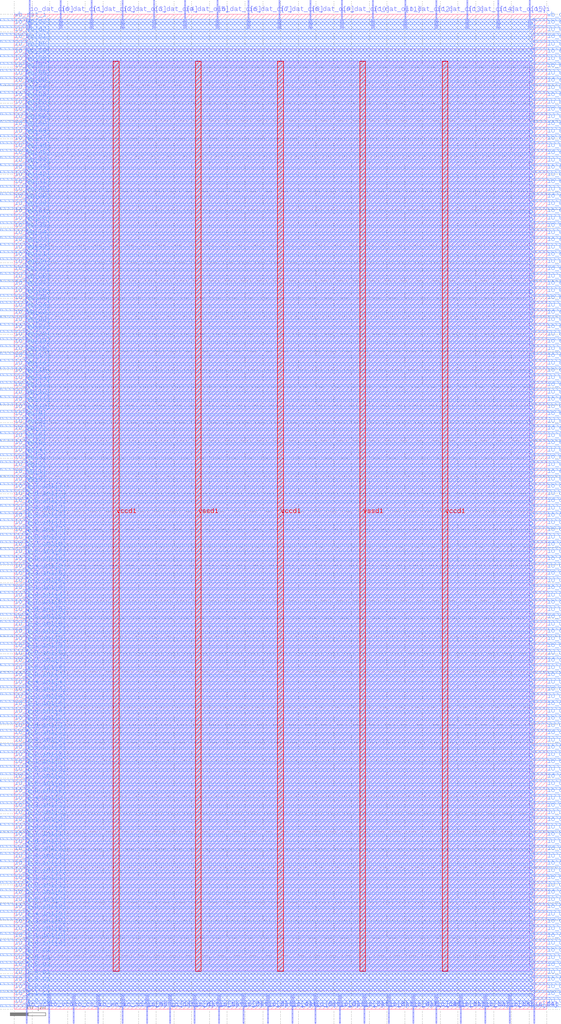
<source format=lef>
VERSION 5.7 ;
  NOWIREEXTENSIONATPIN ON ;
  DIVIDERCHAR "/" ;
  BUSBITCHARS "[]" ;
MACRO cic_block
  CLASS BLOCK ;
  FOREIGN cic_block ;
  ORIGIN 0.000 0.000 ;
  SIZE 150.000 BY 280.000 ;
  PIN io_adr_i[0]
    DIRECTION INPUT ;
    USE SIGNAL ;
    PORT
      LAYER met2 ;
        RECT 30.450 -4.000 30.730 4.000 ;
    END
  END io_adr_i[0]
  PIN io_adr_i[1]
    DIRECTION INPUT ;
    USE SIGNAL ;
    PORT
      LAYER met2 ;
        RECT 37.350 -4.000 37.630 4.000 ;
    END
  END io_adr_i[1]
  PIN io_cs_i
    DIRECTION INPUT ;
    USE SIGNAL ;
    PORT
      LAYER met2 ;
        RECT 16.650 -4.000 16.930 4.000 ;
    END
  END io_cs_i
  PIN io_dat_i[0]
    DIRECTION INPUT ;
    USE SIGNAL ;
    PORT
      LAYER met2 ;
        RECT 43.790 -4.000 44.070 4.000 ;
    END
  END io_dat_i[0]
  PIN io_dat_i[10]
    DIRECTION INPUT ;
    USE SIGNAL ;
    PORT
      LAYER met2 ;
        RECT 112.330 -4.000 112.610 4.000 ;
    END
  END io_dat_i[10]
  PIN io_dat_i[11]
    DIRECTION INPUT ;
    USE SIGNAL ;
    PORT
      LAYER met2 ;
        RECT 118.770 -4.000 119.050 4.000 ;
    END
  END io_dat_i[11]
  PIN io_dat_i[12]
    DIRECTION INPUT ;
    USE SIGNAL ;
    PORT
      LAYER met2 ;
        RECT 125.670 -4.000 125.950 4.000 ;
    END
  END io_dat_i[12]
  PIN io_dat_i[13]
    DIRECTION INPUT ;
    USE SIGNAL ;
    PORT
      LAYER met2 ;
        RECT 132.570 -4.000 132.850 4.000 ;
    END
  END io_dat_i[13]
  PIN io_dat_i[14]
    DIRECTION INPUT ;
    USE SIGNAL ;
    PORT
      LAYER met2 ;
        RECT 139.470 -4.000 139.750 4.000 ;
    END
  END io_dat_i[14]
  PIN io_dat_i[15]
    DIRECTION INPUT ;
    USE SIGNAL ;
    PORT
      LAYER met2 ;
        RECT 146.370 -4.000 146.650 4.000 ;
    END
  END io_dat_i[15]
  PIN io_dat_i[1]
    DIRECTION INPUT ;
    USE SIGNAL ;
    PORT
      LAYER met2 ;
        RECT 50.690 -4.000 50.970 4.000 ;
    END
  END io_dat_i[1]
  PIN io_dat_i[2]
    DIRECTION INPUT ;
    USE SIGNAL ;
    PORT
      LAYER met2 ;
        RECT 57.590 -4.000 57.870 4.000 ;
    END
  END io_dat_i[2]
  PIN io_dat_i[3]
    DIRECTION INPUT ;
    USE SIGNAL ;
    PORT
      LAYER met2 ;
        RECT 64.490 -4.000 64.770 4.000 ;
    END
  END io_dat_i[3]
  PIN io_dat_i[4]
    DIRECTION INPUT ;
    USE SIGNAL ;
    PORT
      LAYER met2 ;
        RECT 71.390 -4.000 71.670 4.000 ;
    END
  END io_dat_i[4]
  PIN io_dat_i[5]
    DIRECTION INPUT ;
    USE SIGNAL ;
    PORT
      LAYER met2 ;
        RECT 78.290 -4.000 78.570 4.000 ;
    END
  END io_dat_i[5]
  PIN io_dat_i[6]
    DIRECTION INPUT ;
    USE SIGNAL ;
    PORT
      LAYER met2 ;
        RECT 84.730 -4.000 85.010 4.000 ;
    END
  END io_dat_i[6]
  PIN io_dat_i[7]
    DIRECTION INPUT ;
    USE SIGNAL ;
    PORT
      LAYER met2 ;
        RECT 91.630 -4.000 91.910 4.000 ;
    END
  END io_dat_i[7]
  PIN io_dat_i[8]
    DIRECTION INPUT ;
    USE SIGNAL ;
    PORT
      LAYER met2 ;
        RECT 98.530 -4.000 98.810 4.000 ;
    END
  END io_dat_i[8]
  PIN io_dat_i[9]
    DIRECTION INPUT ;
    USE SIGNAL ;
    PORT
      LAYER met2 ;
        RECT 105.430 -4.000 105.710 4.000 ;
    END
  END io_dat_i[9]
  PIN io_dat_o[0]
    DIRECTION OUTPUT TRISTATE ;
    USE SIGNAL ;
    PORT
      LAYER met2 ;
        RECT 4.230 276.000 4.510 284.000 ;
    END
  END io_dat_o[0]
  PIN io_dat_o[10]
    DIRECTION OUTPUT TRISTATE ;
    USE SIGNAL ;
    PORT
      LAYER met2 ;
        RECT 92.090 276.000 92.370 284.000 ;
    END
  END io_dat_o[10]
  PIN io_dat_o[11]
    DIRECTION OUTPUT TRISTATE ;
    USE SIGNAL ;
    PORT
      LAYER met2 ;
        RECT 100.830 276.000 101.110 284.000 ;
    END
  END io_dat_o[11]
  PIN io_dat_o[12]
    DIRECTION OUTPUT TRISTATE ;
    USE SIGNAL ;
    PORT
      LAYER met2 ;
        RECT 110.030 276.000 110.310 284.000 ;
    END
  END io_dat_o[12]
  PIN io_dat_o[13]
    DIRECTION OUTPUT TRISTATE ;
    USE SIGNAL ;
    PORT
      LAYER met2 ;
        RECT 118.770 276.000 119.050 284.000 ;
    END
  END io_dat_o[13]
  PIN io_dat_o[14]
    DIRECTION OUTPUT TRISTATE ;
    USE SIGNAL ;
    PORT
      LAYER met2 ;
        RECT 127.510 276.000 127.790 284.000 ;
    END
  END io_dat_o[14]
  PIN io_dat_o[15]
    DIRECTION OUTPUT TRISTATE ;
    USE SIGNAL ;
    PORT
      LAYER met2 ;
        RECT 136.250 276.000 136.530 284.000 ;
    END
  END io_dat_o[15]
  PIN io_dat_o[1]
    DIRECTION OUTPUT TRISTATE ;
    USE SIGNAL ;
    PORT
      LAYER met2 ;
        RECT 12.970 276.000 13.250 284.000 ;
    END
  END io_dat_o[1]
  PIN io_dat_o[2]
    DIRECTION OUTPUT TRISTATE ;
    USE SIGNAL ;
    PORT
      LAYER met2 ;
        RECT 21.710 276.000 21.990 284.000 ;
    END
  END io_dat_o[2]
  PIN io_dat_o[3]
    DIRECTION OUTPUT TRISTATE ;
    USE SIGNAL ;
    PORT
      LAYER met2 ;
        RECT 30.450 276.000 30.730 284.000 ;
    END
  END io_dat_o[3]
  PIN io_dat_o[4]
    DIRECTION OUTPUT TRISTATE ;
    USE SIGNAL ;
    PORT
      LAYER met2 ;
        RECT 39.190 276.000 39.470 284.000 ;
    END
  END io_dat_o[4]
  PIN io_dat_o[5]
    DIRECTION OUTPUT TRISTATE ;
    USE SIGNAL ;
    PORT
      LAYER met2 ;
        RECT 47.930 276.000 48.210 284.000 ;
    END
  END io_dat_o[5]
  PIN io_dat_o[6]
    DIRECTION OUTPUT TRISTATE ;
    USE SIGNAL ;
    PORT
      LAYER met2 ;
        RECT 57.130 276.000 57.410 284.000 ;
    END
  END io_dat_o[6]
  PIN io_dat_o[7]
    DIRECTION OUTPUT TRISTATE ;
    USE SIGNAL ;
    PORT
      LAYER met2 ;
        RECT 65.870 276.000 66.150 284.000 ;
    END
  END io_dat_o[7]
  PIN io_dat_o[8]
    DIRECTION OUTPUT TRISTATE ;
    USE SIGNAL ;
    PORT
      LAYER met2 ;
        RECT 74.610 276.000 74.890 284.000 ;
    END
  END io_dat_o[8]
  PIN io_dat_o[9]
    DIRECTION OUTPUT TRISTATE ;
    USE SIGNAL ;
    PORT
      LAYER met2 ;
        RECT 83.350 276.000 83.630 284.000 ;
    END
  END io_dat_o[9]
  PIN io_eo[0]
    DIRECTION INPUT ;
    USE SIGNAL ;
    PORT
      LAYER met3 ;
        RECT 146.000 147.600 154.000 148.200 ;
    END
  END io_eo[0]
  PIN io_eo[10]
    DIRECTION INPUT ;
    USE SIGNAL ;
    PORT
      LAYER met3 ;
        RECT 146.000 168.000 154.000 168.600 ;
    END
  END io_eo[10]
  PIN io_eo[11]
    DIRECTION INPUT ;
    USE SIGNAL ;
    PORT
      LAYER met3 ;
        RECT 146.000 170.040 154.000 170.640 ;
    END
  END io_eo[11]
  PIN io_eo[12]
    DIRECTION INPUT ;
    USE SIGNAL ;
    PORT
      LAYER met3 ;
        RECT 146.000 172.080 154.000 172.680 ;
    END
  END io_eo[12]
  PIN io_eo[13]
    DIRECTION INPUT ;
    USE SIGNAL ;
    PORT
      LAYER met3 ;
        RECT 146.000 174.120 154.000 174.720 ;
    END
  END io_eo[13]
  PIN io_eo[14]
    DIRECTION INPUT ;
    USE SIGNAL ;
    PORT
      LAYER met3 ;
        RECT 146.000 176.160 154.000 176.760 ;
    END
  END io_eo[14]
  PIN io_eo[15]
    DIRECTION INPUT ;
    USE SIGNAL ;
    PORT
      LAYER met3 ;
        RECT 146.000 178.200 154.000 178.800 ;
    END
  END io_eo[15]
  PIN io_eo[16]
    DIRECTION INPUT ;
    USE SIGNAL ;
    PORT
      LAYER met3 ;
        RECT 146.000 180.240 154.000 180.840 ;
    END
  END io_eo[16]
  PIN io_eo[17]
    DIRECTION INPUT ;
    USE SIGNAL ;
    PORT
      LAYER met3 ;
        RECT 146.000 182.280 154.000 182.880 ;
    END
  END io_eo[17]
  PIN io_eo[18]
    DIRECTION INPUT ;
    USE SIGNAL ;
    PORT
      LAYER met3 ;
        RECT 146.000 184.320 154.000 184.920 ;
    END
  END io_eo[18]
  PIN io_eo[19]
    DIRECTION INPUT ;
    USE SIGNAL ;
    PORT
      LAYER met3 ;
        RECT 146.000 186.360 154.000 186.960 ;
    END
  END io_eo[19]
  PIN io_eo[1]
    DIRECTION INPUT ;
    USE SIGNAL ;
    PORT
      LAYER met3 ;
        RECT 146.000 149.640 154.000 150.240 ;
    END
  END io_eo[1]
  PIN io_eo[20]
    DIRECTION INPUT ;
    USE SIGNAL ;
    PORT
      LAYER met3 ;
        RECT 146.000 188.400 154.000 189.000 ;
    END
  END io_eo[20]
  PIN io_eo[21]
    DIRECTION INPUT ;
    USE SIGNAL ;
    PORT
      LAYER met3 ;
        RECT 146.000 190.440 154.000 191.040 ;
    END
  END io_eo[21]
  PIN io_eo[22]
    DIRECTION INPUT ;
    USE SIGNAL ;
    PORT
      LAYER met3 ;
        RECT 146.000 192.480 154.000 193.080 ;
    END
  END io_eo[22]
  PIN io_eo[23]
    DIRECTION INPUT ;
    USE SIGNAL ;
    PORT
      LAYER met3 ;
        RECT 146.000 194.520 154.000 195.120 ;
    END
  END io_eo[23]
  PIN io_eo[24]
    DIRECTION INPUT ;
    USE SIGNAL ;
    PORT
      LAYER met3 ;
        RECT 146.000 196.560 154.000 197.160 ;
    END
  END io_eo[24]
  PIN io_eo[25]
    DIRECTION INPUT ;
    USE SIGNAL ;
    PORT
      LAYER met3 ;
        RECT 146.000 198.600 154.000 199.200 ;
    END
  END io_eo[25]
  PIN io_eo[26]
    DIRECTION INPUT ;
    USE SIGNAL ;
    PORT
      LAYER met3 ;
        RECT 146.000 200.640 154.000 201.240 ;
    END
  END io_eo[26]
  PIN io_eo[27]
    DIRECTION INPUT ;
    USE SIGNAL ;
    PORT
      LAYER met3 ;
        RECT 146.000 202.680 154.000 203.280 ;
    END
  END io_eo[27]
  PIN io_eo[28]
    DIRECTION INPUT ;
    USE SIGNAL ;
    PORT
      LAYER met3 ;
        RECT 146.000 204.720 154.000 205.320 ;
    END
  END io_eo[28]
  PIN io_eo[29]
    DIRECTION INPUT ;
    USE SIGNAL ;
    PORT
      LAYER met3 ;
        RECT 146.000 206.760 154.000 207.360 ;
    END
  END io_eo[29]
  PIN io_eo[2]
    DIRECTION INPUT ;
    USE SIGNAL ;
    PORT
      LAYER met3 ;
        RECT 146.000 151.680 154.000 152.280 ;
    END
  END io_eo[2]
  PIN io_eo[30]
    DIRECTION INPUT ;
    USE SIGNAL ;
    PORT
      LAYER met3 ;
        RECT 146.000 208.800 154.000 209.400 ;
    END
  END io_eo[30]
  PIN io_eo[31]
    DIRECTION INPUT ;
    USE SIGNAL ;
    PORT
      LAYER met3 ;
        RECT 146.000 210.840 154.000 211.440 ;
    END
  END io_eo[31]
  PIN io_eo[32]
    DIRECTION INPUT ;
    USE SIGNAL ;
    PORT
      LAYER met3 ;
        RECT 146.000 212.880 154.000 213.480 ;
    END
  END io_eo[32]
  PIN io_eo[33]
    DIRECTION INPUT ;
    USE SIGNAL ;
    PORT
      LAYER met3 ;
        RECT 146.000 214.920 154.000 215.520 ;
    END
  END io_eo[33]
  PIN io_eo[34]
    DIRECTION INPUT ;
    USE SIGNAL ;
    PORT
      LAYER met3 ;
        RECT 146.000 216.960 154.000 217.560 ;
    END
  END io_eo[34]
  PIN io_eo[35]
    DIRECTION INPUT ;
    USE SIGNAL ;
    PORT
      LAYER met3 ;
        RECT 146.000 219.000 154.000 219.600 ;
    END
  END io_eo[35]
  PIN io_eo[36]
    DIRECTION INPUT ;
    USE SIGNAL ;
    PORT
      LAYER met3 ;
        RECT 146.000 221.040 154.000 221.640 ;
    END
  END io_eo[36]
  PIN io_eo[37]
    DIRECTION INPUT ;
    USE SIGNAL ;
    PORT
      LAYER met3 ;
        RECT 146.000 223.080 154.000 223.680 ;
    END
  END io_eo[37]
  PIN io_eo[38]
    DIRECTION INPUT ;
    USE SIGNAL ;
    PORT
      LAYER met3 ;
        RECT 146.000 225.120 154.000 225.720 ;
    END
  END io_eo[38]
  PIN io_eo[39]
    DIRECTION INPUT ;
    USE SIGNAL ;
    PORT
      LAYER met3 ;
        RECT 146.000 227.160 154.000 227.760 ;
    END
  END io_eo[39]
  PIN io_eo[3]
    DIRECTION INPUT ;
    USE SIGNAL ;
    PORT
      LAYER met3 ;
        RECT 146.000 153.720 154.000 154.320 ;
    END
  END io_eo[3]
  PIN io_eo[40]
    DIRECTION INPUT ;
    USE SIGNAL ;
    PORT
      LAYER met3 ;
        RECT 146.000 229.200 154.000 229.800 ;
    END
  END io_eo[40]
  PIN io_eo[41]
    DIRECTION INPUT ;
    USE SIGNAL ;
    PORT
      LAYER met3 ;
        RECT 146.000 231.240 154.000 231.840 ;
    END
  END io_eo[41]
  PIN io_eo[42]
    DIRECTION INPUT ;
    USE SIGNAL ;
    PORT
      LAYER met3 ;
        RECT 146.000 233.280 154.000 233.880 ;
    END
  END io_eo[42]
  PIN io_eo[43]
    DIRECTION INPUT ;
    USE SIGNAL ;
    PORT
      LAYER met3 ;
        RECT 146.000 235.320 154.000 235.920 ;
    END
  END io_eo[43]
  PIN io_eo[44]
    DIRECTION INPUT ;
    USE SIGNAL ;
    PORT
      LAYER met3 ;
        RECT 146.000 237.360 154.000 237.960 ;
    END
  END io_eo[44]
  PIN io_eo[45]
    DIRECTION INPUT ;
    USE SIGNAL ;
    PORT
      LAYER met3 ;
        RECT 146.000 239.400 154.000 240.000 ;
    END
  END io_eo[45]
  PIN io_eo[46]
    DIRECTION INPUT ;
    USE SIGNAL ;
    PORT
      LAYER met3 ;
        RECT 146.000 241.440 154.000 242.040 ;
    END
  END io_eo[46]
  PIN io_eo[47]
    DIRECTION INPUT ;
    USE SIGNAL ;
    PORT
      LAYER met3 ;
        RECT 146.000 243.480 154.000 244.080 ;
    END
  END io_eo[47]
  PIN io_eo[48]
    DIRECTION INPUT ;
    USE SIGNAL ;
    PORT
      LAYER met3 ;
        RECT 146.000 245.520 154.000 246.120 ;
    END
  END io_eo[48]
  PIN io_eo[49]
    DIRECTION INPUT ;
    USE SIGNAL ;
    PORT
      LAYER met3 ;
        RECT 146.000 247.560 154.000 248.160 ;
    END
  END io_eo[49]
  PIN io_eo[4]
    DIRECTION INPUT ;
    USE SIGNAL ;
    PORT
      LAYER met3 ;
        RECT 146.000 155.760 154.000 156.360 ;
    END
  END io_eo[4]
  PIN io_eo[50]
    DIRECTION INPUT ;
    USE SIGNAL ;
    PORT
      LAYER met3 ;
        RECT 146.000 249.600 154.000 250.200 ;
    END
  END io_eo[50]
  PIN io_eo[51]
    DIRECTION INPUT ;
    USE SIGNAL ;
    PORT
      LAYER met3 ;
        RECT 146.000 251.640 154.000 252.240 ;
    END
  END io_eo[51]
  PIN io_eo[52]
    DIRECTION INPUT ;
    USE SIGNAL ;
    PORT
      LAYER met3 ;
        RECT 146.000 253.680 154.000 254.280 ;
    END
  END io_eo[52]
  PIN io_eo[53]
    DIRECTION INPUT ;
    USE SIGNAL ;
    PORT
      LAYER met3 ;
        RECT 146.000 255.720 154.000 256.320 ;
    END
  END io_eo[53]
  PIN io_eo[54]
    DIRECTION INPUT ;
    USE SIGNAL ;
    PORT
      LAYER met3 ;
        RECT 146.000 257.760 154.000 258.360 ;
    END
  END io_eo[54]
  PIN io_eo[55]
    DIRECTION INPUT ;
    USE SIGNAL ;
    PORT
      LAYER met3 ;
        RECT 146.000 259.800 154.000 260.400 ;
    END
  END io_eo[55]
  PIN io_eo[56]
    DIRECTION INPUT ;
    USE SIGNAL ;
    PORT
      LAYER met3 ;
        RECT 146.000 261.840 154.000 262.440 ;
    END
  END io_eo[56]
  PIN io_eo[57]
    DIRECTION INPUT ;
    USE SIGNAL ;
    PORT
      LAYER met3 ;
        RECT 146.000 263.880 154.000 264.480 ;
    END
  END io_eo[57]
  PIN io_eo[58]
    DIRECTION INPUT ;
    USE SIGNAL ;
    PORT
      LAYER met3 ;
        RECT 146.000 265.920 154.000 266.520 ;
    END
  END io_eo[58]
  PIN io_eo[59]
    DIRECTION INPUT ;
    USE SIGNAL ;
    PORT
      LAYER met3 ;
        RECT 146.000 267.960 154.000 268.560 ;
    END
  END io_eo[59]
  PIN io_eo[5]
    DIRECTION INPUT ;
    USE SIGNAL ;
    PORT
      LAYER met3 ;
        RECT 146.000 157.800 154.000 158.400 ;
    END
  END io_eo[5]
  PIN io_eo[60]
    DIRECTION INPUT ;
    USE SIGNAL ;
    PORT
      LAYER met3 ;
        RECT 146.000 270.000 154.000 270.600 ;
    END
  END io_eo[60]
  PIN io_eo[61]
    DIRECTION INPUT ;
    USE SIGNAL ;
    PORT
      LAYER met3 ;
        RECT 146.000 272.040 154.000 272.640 ;
    END
  END io_eo[61]
  PIN io_eo[62]
    DIRECTION INPUT ;
    USE SIGNAL ;
    PORT
      LAYER met3 ;
        RECT 146.000 274.080 154.000 274.680 ;
    END
  END io_eo[62]
  PIN io_eo[63]
    DIRECTION INPUT ;
    USE SIGNAL ;
    PORT
      LAYER met3 ;
        RECT 146.000 276.120 154.000 276.720 ;
    END
  END io_eo[63]
  PIN io_eo[6]
    DIRECTION INPUT ;
    USE SIGNAL ;
    PORT
      LAYER met3 ;
        RECT 146.000 159.840 154.000 160.440 ;
    END
  END io_eo[6]
  PIN io_eo[7]
    DIRECTION INPUT ;
    USE SIGNAL ;
    PORT
      LAYER met3 ;
        RECT 146.000 161.880 154.000 162.480 ;
    END
  END io_eo[7]
  PIN io_eo[8]
    DIRECTION INPUT ;
    USE SIGNAL ;
    PORT
      LAYER met3 ;
        RECT 146.000 163.920 154.000 164.520 ;
    END
  END io_eo[8]
  PIN io_eo[9]
    DIRECTION INPUT ;
    USE SIGNAL ;
    PORT
      LAYER met3 ;
        RECT 146.000 165.960 154.000 166.560 ;
    END
  END io_eo[9]
  PIN io_i_0_ci
    DIRECTION INPUT ;
    USE SIGNAL ;
    PORT
      LAYER met3 ;
        RECT -4.000 0.720 4.000 1.320 ;
    END
  END io_i_0_ci
  PIN io_i_0_in1[0]
    DIRECTION INPUT ;
    USE SIGNAL ;
    PORT
      LAYER met3 ;
        RECT -4.000 17.040 4.000 17.640 ;
    END
  END io_i_0_in1[0]
  PIN io_i_0_in1[1]
    DIRECTION INPUT ;
    USE SIGNAL ;
    PORT
      LAYER met3 ;
        RECT -4.000 33.360 4.000 33.960 ;
    END
  END io_i_0_in1[1]
  PIN io_i_0_in1[2]
    DIRECTION INPUT ;
    USE SIGNAL ;
    PORT
      LAYER met3 ;
        RECT -4.000 49.680 4.000 50.280 ;
    END
  END io_i_0_in1[2]
  PIN io_i_0_in1[3]
    DIRECTION INPUT ;
    USE SIGNAL ;
    PORT
      LAYER met3 ;
        RECT -4.000 66.000 4.000 66.600 ;
    END
  END io_i_0_in1[3]
  PIN io_i_0_in1[4]
    DIRECTION INPUT ;
    USE SIGNAL ;
    PORT
      LAYER met3 ;
        RECT -4.000 82.320 4.000 82.920 ;
    END
  END io_i_0_in1[4]
  PIN io_i_0_in1[5]
    DIRECTION INPUT ;
    USE SIGNAL ;
    PORT
      LAYER met3 ;
        RECT -4.000 98.640 4.000 99.240 ;
    END
  END io_i_0_in1[5]
  PIN io_i_0_in1[6]
    DIRECTION INPUT ;
    USE SIGNAL ;
    PORT
      LAYER met3 ;
        RECT -4.000 114.960 4.000 115.560 ;
    END
  END io_i_0_in1[6]
  PIN io_i_0_in1[7]
    DIRECTION INPUT ;
    USE SIGNAL ;
    PORT
      LAYER met3 ;
        RECT -4.000 131.280 4.000 131.880 ;
    END
  END io_i_0_in1[7]
  PIN io_i_1_ci
    DIRECTION INPUT ;
    USE SIGNAL ;
    PORT
      LAYER met3 ;
        RECT -4.000 2.760 4.000 3.360 ;
    END
  END io_i_1_ci
  PIN io_i_1_in1[0]
    DIRECTION INPUT ;
    USE SIGNAL ;
    PORT
      LAYER met3 ;
        RECT -4.000 19.080 4.000 19.680 ;
    END
  END io_i_1_in1[0]
  PIN io_i_1_in1[1]
    DIRECTION INPUT ;
    USE SIGNAL ;
    PORT
      LAYER met3 ;
        RECT -4.000 35.400 4.000 36.000 ;
    END
  END io_i_1_in1[1]
  PIN io_i_1_in1[2]
    DIRECTION INPUT ;
    USE SIGNAL ;
    PORT
      LAYER met3 ;
        RECT -4.000 51.720 4.000 52.320 ;
    END
  END io_i_1_in1[2]
  PIN io_i_1_in1[3]
    DIRECTION INPUT ;
    USE SIGNAL ;
    PORT
      LAYER met3 ;
        RECT -4.000 68.040 4.000 68.640 ;
    END
  END io_i_1_in1[3]
  PIN io_i_1_in1[4]
    DIRECTION INPUT ;
    USE SIGNAL ;
    PORT
      LAYER met3 ;
        RECT -4.000 84.360 4.000 84.960 ;
    END
  END io_i_1_in1[4]
  PIN io_i_1_in1[5]
    DIRECTION INPUT ;
    USE SIGNAL ;
    PORT
      LAYER met3 ;
        RECT -4.000 100.680 4.000 101.280 ;
    END
  END io_i_1_in1[5]
  PIN io_i_1_in1[6]
    DIRECTION INPUT ;
    USE SIGNAL ;
    PORT
      LAYER met3 ;
        RECT -4.000 117.000 4.000 117.600 ;
    END
  END io_i_1_in1[6]
  PIN io_i_1_in1[7]
    DIRECTION INPUT ;
    USE SIGNAL ;
    PORT
      LAYER met3 ;
        RECT -4.000 133.320 4.000 133.920 ;
    END
  END io_i_1_in1[7]
  PIN io_i_2_ci
    DIRECTION INPUT ;
    USE SIGNAL ;
    PORT
      LAYER met3 ;
        RECT -4.000 4.800 4.000 5.400 ;
    END
  END io_i_2_ci
  PIN io_i_2_in1[0]
    DIRECTION INPUT ;
    USE SIGNAL ;
    PORT
      LAYER met3 ;
        RECT -4.000 21.120 4.000 21.720 ;
    END
  END io_i_2_in1[0]
  PIN io_i_2_in1[1]
    DIRECTION INPUT ;
    USE SIGNAL ;
    PORT
      LAYER met3 ;
        RECT -4.000 37.440 4.000 38.040 ;
    END
  END io_i_2_in1[1]
  PIN io_i_2_in1[2]
    DIRECTION INPUT ;
    USE SIGNAL ;
    PORT
      LAYER met3 ;
        RECT -4.000 53.760 4.000 54.360 ;
    END
  END io_i_2_in1[2]
  PIN io_i_2_in1[3]
    DIRECTION INPUT ;
    USE SIGNAL ;
    PORT
      LAYER met3 ;
        RECT -4.000 70.080 4.000 70.680 ;
    END
  END io_i_2_in1[3]
  PIN io_i_2_in1[4]
    DIRECTION INPUT ;
    USE SIGNAL ;
    PORT
      LAYER met3 ;
        RECT -4.000 86.400 4.000 87.000 ;
    END
  END io_i_2_in1[4]
  PIN io_i_2_in1[5]
    DIRECTION INPUT ;
    USE SIGNAL ;
    PORT
      LAYER met3 ;
        RECT -4.000 102.720 4.000 103.320 ;
    END
  END io_i_2_in1[5]
  PIN io_i_2_in1[6]
    DIRECTION INPUT ;
    USE SIGNAL ;
    PORT
      LAYER met3 ;
        RECT -4.000 119.040 4.000 119.640 ;
    END
  END io_i_2_in1[6]
  PIN io_i_2_in1[7]
    DIRECTION INPUT ;
    USE SIGNAL ;
    PORT
      LAYER met3 ;
        RECT -4.000 135.360 4.000 135.960 ;
    END
  END io_i_2_in1[7]
  PIN io_i_3_ci
    DIRECTION INPUT ;
    USE SIGNAL ;
    PORT
      LAYER met3 ;
        RECT -4.000 6.840 4.000 7.440 ;
    END
  END io_i_3_ci
  PIN io_i_3_in1[0]
    DIRECTION INPUT ;
    USE SIGNAL ;
    PORT
      LAYER met3 ;
        RECT -4.000 23.160 4.000 23.760 ;
    END
  END io_i_3_in1[0]
  PIN io_i_3_in1[1]
    DIRECTION INPUT ;
    USE SIGNAL ;
    PORT
      LAYER met3 ;
        RECT -4.000 39.480 4.000 40.080 ;
    END
  END io_i_3_in1[1]
  PIN io_i_3_in1[2]
    DIRECTION INPUT ;
    USE SIGNAL ;
    PORT
      LAYER met3 ;
        RECT -4.000 55.800 4.000 56.400 ;
    END
  END io_i_3_in1[2]
  PIN io_i_3_in1[3]
    DIRECTION INPUT ;
    USE SIGNAL ;
    PORT
      LAYER met3 ;
        RECT -4.000 72.120 4.000 72.720 ;
    END
  END io_i_3_in1[3]
  PIN io_i_3_in1[4]
    DIRECTION INPUT ;
    USE SIGNAL ;
    PORT
      LAYER met3 ;
        RECT -4.000 88.440 4.000 89.040 ;
    END
  END io_i_3_in1[4]
  PIN io_i_3_in1[5]
    DIRECTION INPUT ;
    USE SIGNAL ;
    PORT
      LAYER met3 ;
        RECT -4.000 104.760 4.000 105.360 ;
    END
  END io_i_3_in1[5]
  PIN io_i_3_in1[6]
    DIRECTION INPUT ;
    USE SIGNAL ;
    PORT
      LAYER met3 ;
        RECT -4.000 121.080 4.000 121.680 ;
    END
  END io_i_3_in1[6]
  PIN io_i_3_in1[7]
    DIRECTION INPUT ;
    USE SIGNAL ;
    PORT
      LAYER met3 ;
        RECT -4.000 137.400 4.000 138.000 ;
    END
  END io_i_3_in1[7]
  PIN io_i_4_ci
    DIRECTION INPUT ;
    USE SIGNAL ;
    PORT
      LAYER met3 ;
        RECT -4.000 8.880 4.000 9.480 ;
    END
  END io_i_4_ci
  PIN io_i_4_in1[0]
    DIRECTION INPUT ;
    USE SIGNAL ;
    PORT
      LAYER met3 ;
        RECT -4.000 25.200 4.000 25.800 ;
    END
  END io_i_4_in1[0]
  PIN io_i_4_in1[1]
    DIRECTION INPUT ;
    USE SIGNAL ;
    PORT
      LAYER met3 ;
        RECT -4.000 41.520 4.000 42.120 ;
    END
  END io_i_4_in1[1]
  PIN io_i_4_in1[2]
    DIRECTION INPUT ;
    USE SIGNAL ;
    PORT
      LAYER met3 ;
        RECT -4.000 57.840 4.000 58.440 ;
    END
  END io_i_4_in1[2]
  PIN io_i_4_in1[3]
    DIRECTION INPUT ;
    USE SIGNAL ;
    PORT
      LAYER met3 ;
        RECT -4.000 74.160 4.000 74.760 ;
    END
  END io_i_4_in1[3]
  PIN io_i_4_in1[4]
    DIRECTION INPUT ;
    USE SIGNAL ;
    PORT
      LAYER met3 ;
        RECT -4.000 90.480 4.000 91.080 ;
    END
  END io_i_4_in1[4]
  PIN io_i_4_in1[5]
    DIRECTION INPUT ;
    USE SIGNAL ;
    PORT
      LAYER met3 ;
        RECT -4.000 106.800 4.000 107.400 ;
    END
  END io_i_4_in1[5]
  PIN io_i_4_in1[6]
    DIRECTION INPUT ;
    USE SIGNAL ;
    PORT
      LAYER met3 ;
        RECT -4.000 123.120 4.000 123.720 ;
    END
  END io_i_4_in1[6]
  PIN io_i_4_in1[7]
    DIRECTION INPUT ;
    USE SIGNAL ;
    PORT
      LAYER met3 ;
        RECT -4.000 139.440 4.000 140.040 ;
    END
  END io_i_4_in1[7]
  PIN io_i_5_ci
    DIRECTION INPUT ;
    USE SIGNAL ;
    PORT
      LAYER met3 ;
        RECT -4.000 10.920 4.000 11.520 ;
    END
  END io_i_5_ci
  PIN io_i_5_in1[0]
    DIRECTION INPUT ;
    USE SIGNAL ;
    PORT
      LAYER met3 ;
        RECT -4.000 27.240 4.000 27.840 ;
    END
  END io_i_5_in1[0]
  PIN io_i_5_in1[1]
    DIRECTION INPUT ;
    USE SIGNAL ;
    PORT
      LAYER met3 ;
        RECT -4.000 43.560 4.000 44.160 ;
    END
  END io_i_5_in1[1]
  PIN io_i_5_in1[2]
    DIRECTION INPUT ;
    USE SIGNAL ;
    PORT
      LAYER met3 ;
        RECT -4.000 59.880 4.000 60.480 ;
    END
  END io_i_5_in1[2]
  PIN io_i_5_in1[3]
    DIRECTION INPUT ;
    USE SIGNAL ;
    PORT
      LAYER met3 ;
        RECT -4.000 76.200 4.000 76.800 ;
    END
  END io_i_5_in1[3]
  PIN io_i_5_in1[4]
    DIRECTION INPUT ;
    USE SIGNAL ;
    PORT
      LAYER met3 ;
        RECT -4.000 92.520 4.000 93.120 ;
    END
  END io_i_5_in1[4]
  PIN io_i_5_in1[5]
    DIRECTION INPUT ;
    USE SIGNAL ;
    PORT
      LAYER met3 ;
        RECT -4.000 108.840 4.000 109.440 ;
    END
  END io_i_5_in1[5]
  PIN io_i_5_in1[6]
    DIRECTION INPUT ;
    USE SIGNAL ;
    PORT
      LAYER met3 ;
        RECT -4.000 125.160 4.000 125.760 ;
    END
  END io_i_5_in1[6]
  PIN io_i_5_in1[7]
    DIRECTION INPUT ;
    USE SIGNAL ;
    PORT
      LAYER met3 ;
        RECT -4.000 141.480 4.000 142.080 ;
    END
  END io_i_5_in1[7]
  PIN io_i_6_ci
    DIRECTION INPUT ;
    USE SIGNAL ;
    PORT
      LAYER met3 ;
        RECT -4.000 12.960 4.000 13.560 ;
    END
  END io_i_6_ci
  PIN io_i_6_in1[0]
    DIRECTION INPUT ;
    USE SIGNAL ;
    PORT
      LAYER met3 ;
        RECT -4.000 29.280 4.000 29.880 ;
    END
  END io_i_6_in1[0]
  PIN io_i_6_in1[1]
    DIRECTION INPUT ;
    USE SIGNAL ;
    PORT
      LAYER met3 ;
        RECT -4.000 45.600 4.000 46.200 ;
    END
  END io_i_6_in1[1]
  PIN io_i_6_in1[2]
    DIRECTION INPUT ;
    USE SIGNAL ;
    PORT
      LAYER met3 ;
        RECT -4.000 61.920 4.000 62.520 ;
    END
  END io_i_6_in1[2]
  PIN io_i_6_in1[3]
    DIRECTION INPUT ;
    USE SIGNAL ;
    PORT
      LAYER met3 ;
        RECT -4.000 78.240 4.000 78.840 ;
    END
  END io_i_6_in1[3]
  PIN io_i_6_in1[4]
    DIRECTION INPUT ;
    USE SIGNAL ;
    PORT
      LAYER met3 ;
        RECT -4.000 94.560 4.000 95.160 ;
    END
  END io_i_6_in1[4]
  PIN io_i_6_in1[5]
    DIRECTION INPUT ;
    USE SIGNAL ;
    PORT
      LAYER met3 ;
        RECT -4.000 110.880 4.000 111.480 ;
    END
  END io_i_6_in1[5]
  PIN io_i_6_in1[6]
    DIRECTION INPUT ;
    USE SIGNAL ;
    PORT
      LAYER met3 ;
        RECT -4.000 127.200 4.000 127.800 ;
    END
  END io_i_6_in1[6]
  PIN io_i_6_in1[7]
    DIRECTION INPUT ;
    USE SIGNAL ;
    PORT
      LAYER met3 ;
        RECT -4.000 143.520 4.000 144.120 ;
    END
  END io_i_6_in1[7]
  PIN io_i_7_ci
    DIRECTION INPUT ;
    USE SIGNAL ;
    PORT
      LAYER met3 ;
        RECT -4.000 15.000 4.000 15.600 ;
    END
  END io_i_7_ci
  PIN io_i_7_in1[0]
    DIRECTION INPUT ;
    USE SIGNAL ;
    PORT
      LAYER met3 ;
        RECT -4.000 31.320 4.000 31.920 ;
    END
  END io_i_7_in1[0]
  PIN io_i_7_in1[1]
    DIRECTION INPUT ;
    USE SIGNAL ;
    PORT
      LAYER met3 ;
        RECT -4.000 47.640 4.000 48.240 ;
    END
  END io_i_7_in1[1]
  PIN io_i_7_in1[2]
    DIRECTION INPUT ;
    USE SIGNAL ;
    PORT
      LAYER met3 ;
        RECT -4.000 63.960 4.000 64.560 ;
    END
  END io_i_7_in1[2]
  PIN io_i_7_in1[3]
    DIRECTION INPUT ;
    USE SIGNAL ;
    PORT
      LAYER met3 ;
        RECT -4.000 80.280 4.000 80.880 ;
    END
  END io_i_7_in1[3]
  PIN io_i_7_in1[4]
    DIRECTION INPUT ;
    USE SIGNAL ;
    PORT
      LAYER met3 ;
        RECT -4.000 96.600 4.000 97.200 ;
    END
  END io_i_7_in1[4]
  PIN io_i_7_in1[5]
    DIRECTION INPUT ;
    USE SIGNAL ;
    PORT
      LAYER met3 ;
        RECT -4.000 112.920 4.000 113.520 ;
    END
  END io_i_7_in1[5]
  PIN io_i_7_in1[6]
    DIRECTION INPUT ;
    USE SIGNAL ;
    PORT
      LAYER met3 ;
        RECT -4.000 129.240 4.000 129.840 ;
    END
  END io_i_7_in1[6]
  PIN io_i_7_in1[7]
    DIRECTION INPUT ;
    USE SIGNAL ;
    PORT
      LAYER met3 ;
        RECT -4.000 145.560 4.000 146.160 ;
    END
  END io_i_7_in1[7]
  PIN io_o_0_co
    DIRECTION OUTPUT TRISTATE ;
    USE SIGNAL ;
    PORT
      LAYER met3 ;
        RECT 146.000 0.720 154.000 1.320 ;
    END
  END io_o_0_co
  PIN io_o_0_out[0]
    DIRECTION OUTPUT TRISTATE ;
    USE SIGNAL ;
    PORT
      LAYER met3 ;
        RECT 146.000 17.040 154.000 17.640 ;
    END
  END io_o_0_out[0]
  PIN io_o_0_out[1]
    DIRECTION OUTPUT TRISTATE ;
    USE SIGNAL ;
    PORT
      LAYER met3 ;
        RECT 146.000 33.360 154.000 33.960 ;
    END
  END io_o_0_out[1]
  PIN io_o_0_out[2]
    DIRECTION OUTPUT TRISTATE ;
    USE SIGNAL ;
    PORT
      LAYER met3 ;
        RECT 146.000 49.680 154.000 50.280 ;
    END
  END io_o_0_out[2]
  PIN io_o_0_out[3]
    DIRECTION OUTPUT TRISTATE ;
    USE SIGNAL ;
    PORT
      LAYER met3 ;
        RECT 146.000 66.000 154.000 66.600 ;
    END
  END io_o_0_out[3]
  PIN io_o_0_out[4]
    DIRECTION OUTPUT TRISTATE ;
    USE SIGNAL ;
    PORT
      LAYER met3 ;
        RECT 146.000 82.320 154.000 82.920 ;
    END
  END io_o_0_out[4]
  PIN io_o_0_out[5]
    DIRECTION OUTPUT TRISTATE ;
    USE SIGNAL ;
    PORT
      LAYER met3 ;
        RECT 146.000 98.640 154.000 99.240 ;
    END
  END io_o_0_out[5]
  PIN io_o_0_out[6]
    DIRECTION OUTPUT TRISTATE ;
    USE SIGNAL ;
    PORT
      LAYER met3 ;
        RECT 146.000 114.960 154.000 115.560 ;
    END
  END io_o_0_out[6]
  PIN io_o_0_out[7]
    DIRECTION OUTPUT TRISTATE ;
    USE SIGNAL ;
    PORT
      LAYER met3 ;
        RECT 146.000 131.280 154.000 131.880 ;
    END
  END io_o_0_out[7]
  PIN io_o_1_co
    DIRECTION OUTPUT TRISTATE ;
    USE SIGNAL ;
    PORT
      LAYER met3 ;
        RECT 146.000 2.760 154.000 3.360 ;
    END
  END io_o_1_co
  PIN io_o_1_out[0]
    DIRECTION OUTPUT TRISTATE ;
    USE SIGNAL ;
    PORT
      LAYER met3 ;
        RECT 146.000 19.080 154.000 19.680 ;
    END
  END io_o_1_out[0]
  PIN io_o_1_out[1]
    DIRECTION OUTPUT TRISTATE ;
    USE SIGNAL ;
    PORT
      LAYER met3 ;
        RECT 146.000 35.400 154.000 36.000 ;
    END
  END io_o_1_out[1]
  PIN io_o_1_out[2]
    DIRECTION OUTPUT TRISTATE ;
    USE SIGNAL ;
    PORT
      LAYER met3 ;
        RECT 146.000 51.720 154.000 52.320 ;
    END
  END io_o_1_out[2]
  PIN io_o_1_out[3]
    DIRECTION OUTPUT TRISTATE ;
    USE SIGNAL ;
    PORT
      LAYER met3 ;
        RECT 146.000 68.040 154.000 68.640 ;
    END
  END io_o_1_out[3]
  PIN io_o_1_out[4]
    DIRECTION OUTPUT TRISTATE ;
    USE SIGNAL ;
    PORT
      LAYER met3 ;
        RECT 146.000 84.360 154.000 84.960 ;
    END
  END io_o_1_out[4]
  PIN io_o_1_out[5]
    DIRECTION OUTPUT TRISTATE ;
    USE SIGNAL ;
    PORT
      LAYER met3 ;
        RECT 146.000 100.680 154.000 101.280 ;
    END
  END io_o_1_out[5]
  PIN io_o_1_out[6]
    DIRECTION OUTPUT TRISTATE ;
    USE SIGNAL ;
    PORT
      LAYER met3 ;
        RECT 146.000 117.000 154.000 117.600 ;
    END
  END io_o_1_out[6]
  PIN io_o_1_out[7]
    DIRECTION OUTPUT TRISTATE ;
    USE SIGNAL ;
    PORT
      LAYER met3 ;
        RECT 146.000 133.320 154.000 133.920 ;
    END
  END io_o_1_out[7]
  PIN io_o_2_co
    DIRECTION OUTPUT TRISTATE ;
    USE SIGNAL ;
    PORT
      LAYER met3 ;
        RECT 146.000 4.800 154.000 5.400 ;
    END
  END io_o_2_co
  PIN io_o_2_out[0]
    DIRECTION OUTPUT TRISTATE ;
    USE SIGNAL ;
    PORT
      LAYER met3 ;
        RECT 146.000 21.120 154.000 21.720 ;
    END
  END io_o_2_out[0]
  PIN io_o_2_out[1]
    DIRECTION OUTPUT TRISTATE ;
    USE SIGNAL ;
    PORT
      LAYER met3 ;
        RECT 146.000 37.440 154.000 38.040 ;
    END
  END io_o_2_out[1]
  PIN io_o_2_out[2]
    DIRECTION OUTPUT TRISTATE ;
    USE SIGNAL ;
    PORT
      LAYER met3 ;
        RECT 146.000 53.760 154.000 54.360 ;
    END
  END io_o_2_out[2]
  PIN io_o_2_out[3]
    DIRECTION OUTPUT TRISTATE ;
    USE SIGNAL ;
    PORT
      LAYER met3 ;
        RECT 146.000 70.080 154.000 70.680 ;
    END
  END io_o_2_out[3]
  PIN io_o_2_out[4]
    DIRECTION OUTPUT TRISTATE ;
    USE SIGNAL ;
    PORT
      LAYER met3 ;
        RECT 146.000 86.400 154.000 87.000 ;
    END
  END io_o_2_out[4]
  PIN io_o_2_out[5]
    DIRECTION OUTPUT TRISTATE ;
    USE SIGNAL ;
    PORT
      LAYER met3 ;
        RECT 146.000 102.720 154.000 103.320 ;
    END
  END io_o_2_out[5]
  PIN io_o_2_out[6]
    DIRECTION OUTPUT TRISTATE ;
    USE SIGNAL ;
    PORT
      LAYER met3 ;
        RECT 146.000 119.040 154.000 119.640 ;
    END
  END io_o_2_out[6]
  PIN io_o_2_out[7]
    DIRECTION OUTPUT TRISTATE ;
    USE SIGNAL ;
    PORT
      LAYER met3 ;
        RECT 146.000 135.360 154.000 135.960 ;
    END
  END io_o_2_out[7]
  PIN io_o_3_co
    DIRECTION OUTPUT TRISTATE ;
    USE SIGNAL ;
    PORT
      LAYER met3 ;
        RECT 146.000 6.840 154.000 7.440 ;
    END
  END io_o_3_co
  PIN io_o_3_out[0]
    DIRECTION OUTPUT TRISTATE ;
    USE SIGNAL ;
    PORT
      LAYER met3 ;
        RECT 146.000 23.160 154.000 23.760 ;
    END
  END io_o_3_out[0]
  PIN io_o_3_out[1]
    DIRECTION OUTPUT TRISTATE ;
    USE SIGNAL ;
    PORT
      LAYER met3 ;
        RECT 146.000 39.480 154.000 40.080 ;
    END
  END io_o_3_out[1]
  PIN io_o_3_out[2]
    DIRECTION OUTPUT TRISTATE ;
    USE SIGNAL ;
    PORT
      LAYER met3 ;
        RECT 146.000 55.800 154.000 56.400 ;
    END
  END io_o_3_out[2]
  PIN io_o_3_out[3]
    DIRECTION OUTPUT TRISTATE ;
    USE SIGNAL ;
    PORT
      LAYER met3 ;
        RECT 146.000 72.120 154.000 72.720 ;
    END
  END io_o_3_out[3]
  PIN io_o_3_out[4]
    DIRECTION OUTPUT TRISTATE ;
    USE SIGNAL ;
    PORT
      LAYER met3 ;
        RECT 146.000 88.440 154.000 89.040 ;
    END
  END io_o_3_out[4]
  PIN io_o_3_out[5]
    DIRECTION OUTPUT TRISTATE ;
    USE SIGNAL ;
    PORT
      LAYER met3 ;
        RECT 146.000 104.760 154.000 105.360 ;
    END
  END io_o_3_out[5]
  PIN io_o_3_out[6]
    DIRECTION OUTPUT TRISTATE ;
    USE SIGNAL ;
    PORT
      LAYER met3 ;
        RECT 146.000 121.080 154.000 121.680 ;
    END
  END io_o_3_out[6]
  PIN io_o_3_out[7]
    DIRECTION OUTPUT TRISTATE ;
    USE SIGNAL ;
    PORT
      LAYER met3 ;
        RECT 146.000 137.400 154.000 138.000 ;
    END
  END io_o_3_out[7]
  PIN io_o_4_co
    DIRECTION OUTPUT TRISTATE ;
    USE SIGNAL ;
    PORT
      LAYER met3 ;
        RECT 146.000 8.880 154.000 9.480 ;
    END
  END io_o_4_co
  PIN io_o_4_out[0]
    DIRECTION OUTPUT TRISTATE ;
    USE SIGNAL ;
    PORT
      LAYER met3 ;
        RECT 146.000 25.200 154.000 25.800 ;
    END
  END io_o_4_out[0]
  PIN io_o_4_out[1]
    DIRECTION OUTPUT TRISTATE ;
    USE SIGNAL ;
    PORT
      LAYER met3 ;
        RECT 146.000 41.520 154.000 42.120 ;
    END
  END io_o_4_out[1]
  PIN io_o_4_out[2]
    DIRECTION OUTPUT TRISTATE ;
    USE SIGNAL ;
    PORT
      LAYER met3 ;
        RECT 146.000 57.840 154.000 58.440 ;
    END
  END io_o_4_out[2]
  PIN io_o_4_out[3]
    DIRECTION OUTPUT TRISTATE ;
    USE SIGNAL ;
    PORT
      LAYER met3 ;
        RECT 146.000 74.160 154.000 74.760 ;
    END
  END io_o_4_out[3]
  PIN io_o_4_out[4]
    DIRECTION OUTPUT TRISTATE ;
    USE SIGNAL ;
    PORT
      LAYER met3 ;
        RECT 146.000 90.480 154.000 91.080 ;
    END
  END io_o_4_out[4]
  PIN io_o_4_out[5]
    DIRECTION OUTPUT TRISTATE ;
    USE SIGNAL ;
    PORT
      LAYER met3 ;
        RECT 146.000 106.800 154.000 107.400 ;
    END
  END io_o_4_out[5]
  PIN io_o_4_out[6]
    DIRECTION OUTPUT TRISTATE ;
    USE SIGNAL ;
    PORT
      LAYER met3 ;
        RECT 146.000 123.120 154.000 123.720 ;
    END
  END io_o_4_out[6]
  PIN io_o_4_out[7]
    DIRECTION OUTPUT TRISTATE ;
    USE SIGNAL ;
    PORT
      LAYER met3 ;
        RECT 146.000 139.440 154.000 140.040 ;
    END
  END io_o_4_out[7]
  PIN io_o_5_co
    DIRECTION OUTPUT TRISTATE ;
    USE SIGNAL ;
    PORT
      LAYER met3 ;
        RECT 146.000 10.920 154.000 11.520 ;
    END
  END io_o_5_co
  PIN io_o_5_out[0]
    DIRECTION OUTPUT TRISTATE ;
    USE SIGNAL ;
    PORT
      LAYER met3 ;
        RECT 146.000 27.240 154.000 27.840 ;
    END
  END io_o_5_out[0]
  PIN io_o_5_out[1]
    DIRECTION OUTPUT TRISTATE ;
    USE SIGNAL ;
    PORT
      LAYER met3 ;
        RECT 146.000 43.560 154.000 44.160 ;
    END
  END io_o_5_out[1]
  PIN io_o_5_out[2]
    DIRECTION OUTPUT TRISTATE ;
    USE SIGNAL ;
    PORT
      LAYER met3 ;
        RECT 146.000 59.880 154.000 60.480 ;
    END
  END io_o_5_out[2]
  PIN io_o_5_out[3]
    DIRECTION OUTPUT TRISTATE ;
    USE SIGNAL ;
    PORT
      LAYER met3 ;
        RECT 146.000 76.200 154.000 76.800 ;
    END
  END io_o_5_out[3]
  PIN io_o_5_out[4]
    DIRECTION OUTPUT TRISTATE ;
    USE SIGNAL ;
    PORT
      LAYER met3 ;
        RECT 146.000 92.520 154.000 93.120 ;
    END
  END io_o_5_out[4]
  PIN io_o_5_out[5]
    DIRECTION OUTPUT TRISTATE ;
    USE SIGNAL ;
    PORT
      LAYER met3 ;
        RECT 146.000 108.840 154.000 109.440 ;
    END
  END io_o_5_out[5]
  PIN io_o_5_out[6]
    DIRECTION OUTPUT TRISTATE ;
    USE SIGNAL ;
    PORT
      LAYER met3 ;
        RECT 146.000 125.160 154.000 125.760 ;
    END
  END io_o_5_out[6]
  PIN io_o_5_out[7]
    DIRECTION OUTPUT TRISTATE ;
    USE SIGNAL ;
    PORT
      LAYER met3 ;
        RECT 146.000 141.480 154.000 142.080 ;
    END
  END io_o_5_out[7]
  PIN io_o_6_co
    DIRECTION OUTPUT TRISTATE ;
    USE SIGNAL ;
    PORT
      LAYER met3 ;
        RECT 146.000 12.960 154.000 13.560 ;
    END
  END io_o_6_co
  PIN io_o_6_out[0]
    DIRECTION OUTPUT TRISTATE ;
    USE SIGNAL ;
    PORT
      LAYER met3 ;
        RECT 146.000 29.280 154.000 29.880 ;
    END
  END io_o_6_out[0]
  PIN io_o_6_out[1]
    DIRECTION OUTPUT TRISTATE ;
    USE SIGNAL ;
    PORT
      LAYER met3 ;
        RECT 146.000 45.600 154.000 46.200 ;
    END
  END io_o_6_out[1]
  PIN io_o_6_out[2]
    DIRECTION OUTPUT TRISTATE ;
    USE SIGNAL ;
    PORT
      LAYER met3 ;
        RECT 146.000 61.920 154.000 62.520 ;
    END
  END io_o_6_out[2]
  PIN io_o_6_out[3]
    DIRECTION OUTPUT TRISTATE ;
    USE SIGNAL ;
    PORT
      LAYER met3 ;
        RECT 146.000 78.240 154.000 78.840 ;
    END
  END io_o_6_out[3]
  PIN io_o_6_out[4]
    DIRECTION OUTPUT TRISTATE ;
    USE SIGNAL ;
    PORT
      LAYER met3 ;
        RECT 146.000 94.560 154.000 95.160 ;
    END
  END io_o_6_out[4]
  PIN io_o_6_out[5]
    DIRECTION OUTPUT TRISTATE ;
    USE SIGNAL ;
    PORT
      LAYER met3 ;
        RECT 146.000 110.880 154.000 111.480 ;
    END
  END io_o_6_out[5]
  PIN io_o_6_out[6]
    DIRECTION OUTPUT TRISTATE ;
    USE SIGNAL ;
    PORT
      LAYER met3 ;
        RECT 146.000 127.200 154.000 127.800 ;
    END
  END io_o_6_out[6]
  PIN io_o_6_out[7]
    DIRECTION OUTPUT TRISTATE ;
    USE SIGNAL ;
    PORT
      LAYER met3 ;
        RECT 146.000 143.520 154.000 144.120 ;
    END
  END io_o_6_out[7]
  PIN io_o_7_co
    DIRECTION OUTPUT TRISTATE ;
    USE SIGNAL ;
    PORT
      LAYER met3 ;
        RECT 146.000 15.000 154.000 15.600 ;
    END
  END io_o_7_co
  PIN io_o_7_out[0]
    DIRECTION OUTPUT TRISTATE ;
    USE SIGNAL ;
    PORT
      LAYER met3 ;
        RECT 146.000 31.320 154.000 31.920 ;
    END
  END io_o_7_out[0]
  PIN io_o_7_out[1]
    DIRECTION OUTPUT TRISTATE ;
    USE SIGNAL ;
    PORT
      LAYER met3 ;
        RECT 146.000 47.640 154.000 48.240 ;
    END
  END io_o_7_out[1]
  PIN io_o_7_out[2]
    DIRECTION OUTPUT TRISTATE ;
    USE SIGNAL ;
    PORT
      LAYER met3 ;
        RECT 146.000 63.960 154.000 64.560 ;
    END
  END io_o_7_out[2]
  PIN io_o_7_out[3]
    DIRECTION OUTPUT TRISTATE ;
    USE SIGNAL ;
    PORT
      LAYER met3 ;
        RECT 146.000 80.280 154.000 80.880 ;
    END
  END io_o_7_out[3]
  PIN io_o_7_out[4]
    DIRECTION OUTPUT TRISTATE ;
    USE SIGNAL ;
    PORT
      LAYER met3 ;
        RECT 146.000 96.600 154.000 97.200 ;
    END
  END io_o_7_out[4]
  PIN io_o_7_out[5]
    DIRECTION OUTPUT TRISTATE ;
    USE SIGNAL ;
    PORT
      LAYER met3 ;
        RECT 146.000 112.920 154.000 113.520 ;
    END
  END io_o_7_out[5]
  PIN io_o_7_out[6]
    DIRECTION OUTPUT TRISTATE ;
    USE SIGNAL ;
    PORT
      LAYER met3 ;
        RECT 146.000 129.240 154.000 129.840 ;
    END
  END io_o_7_out[6]
  PIN io_o_7_out[7]
    DIRECTION OUTPUT TRISTATE ;
    USE SIGNAL ;
    PORT
      LAYER met3 ;
        RECT 146.000 145.560 154.000 146.160 ;
    END
  END io_o_7_out[7]
  PIN io_vci
    DIRECTION INPUT ;
    USE SIGNAL ;
    PORT
      LAYER met2 ;
        RECT 3.310 -4.000 3.590 4.000 ;
    END
  END io_vci
  PIN io_vco
    DIRECTION OUTPUT TRISTATE ;
    USE SIGNAL ;
    PORT
      LAYER met2 ;
        RECT 9.750 -4.000 10.030 4.000 ;
    END
  END io_vco
  PIN io_vi
    DIRECTION INPUT ;
    USE SIGNAL ;
    PORT
      LAYER met2 ;
        RECT 144.990 276.000 145.270 284.000 ;
    END
  END io_vi
  PIN io_we_i
    DIRECTION INPUT ;
    USE SIGNAL ;
    PORT
      LAYER met2 ;
        RECT 23.550 -4.000 23.830 4.000 ;
    END
  END io_we_i
  PIN io_wo[0]
    DIRECTION OUTPUT TRISTATE ;
    USE SIGNAL ;
    PORT
      LAYER met3 ;
        RECT -4.000 147.600 4.000 148.200 ;
    END
  END io_wo[0]
  PIN io_wo[10]
    DIRECTION OUTPUT TRISTATE ;
    USE SIGNAL ;
    PORT
      LAYER met3 ;
        RECT -4.000 168.000 4.000 168.600 ;
    END
  END io_wo[10]
  PIN io_wo[11]
    DIRECTION OUTPUT TRISTATE ;
    USE SIGNAL ;
    PORT
      LAYER met3 ;
        RECT -4.000 170.040 4.000 170.640 ;
    END
  END io_wo[11]
  PIN io_wo[12]
    DIRECTION OUTPUT TRISTATE ;
    USE SIGNAL ;
    PORT
      LAYER met3 ;
        RECT -4.000 172.080 4.000 172.680 ;
    END
  END io_wo[12]
  PIN io_wo[13]
    DIRECTION OUTPUT TRISTATE ;
    USE SIGNAL ;
    PORT
      LAYER met3 ;
        RECT -4.000 174.120 4.000 174.720 ;
    END
  END io_wo[13]
  PIN io_wo[14]
    DIRECTION OUTPUT TRISTATE ;
    USE SIGNAL ;
    PORT
      LAYER met3 ;
        RECT -4.000 176.160 4.000 176.760 ;
    END
  END io_wo[14]
  PIN io_wo[15]
    DIRECTION OUTPUT TRISTATE ;
    USE SIGNAL ;
    PORT
      LAYER met3 ;
        RECT -4.000 178.200 4.000 178.800 ;
    END
  END io_wo[15]
  PIN io_wo[16]
    DIRECTION OUTPUT TRISTATE ;
    USE SIGNAL ;
    PORT
      LAYER met3 ;
        RECT -4.000 180.240 4.000 180.840 ;
    END
  END io_wo[16]
  PIN io_wo[17]
    DIRECTION OUTPUT TRISTATE ;
    USE SIGNAL ;
    PORT
      LAYER met3 ;
        RECT -4.000 182.280 4.000 182.880 ;
    END
  END io_wo[17]
  PIN io_wo[18]
    DIRECTION OUTPUT TRISTATE ;
    USE SIGNAL ;
    PORT
      LAYER met3 ;
        RECT -4.000 184.320 4.000 184.920 ;
    END
  END io_wo[18]
  PIN io_wo[19]
    DIRECTION OUTPUT TRISTATE ;
    USE SIGNAL ;
    PORT
      LAYER met3 ;
        RECT -4.000 186.360 4.000 186.960 ;
    END
  END io_wo[19]
  PIN io_wo[1]
    DIRECTION OUTPUT TRISTATE ;
    USE SIGNAL ;
    PORT
      LAYER met3 ;
        RECT -4.000 149.640 4.000 150.240 ;
    END
  END io_wo[1]
  PIN io_wo[20]
    DIRECTION OUTPUT TRISTATE ;
    USE SIGNAL ;
    PORT
      LAYER met3 ;
        RECT -4.000 188.400 4.000 189.000 ;
    END
  END io_wo[20]
  PIN io_wo[21]
    DIRECTION OUTPUT TRISTATE ;
    USE SIGNAL ;
    PORT
      LAYER met3 ;
        RECT -4.000 190.440 4.000 191.040 ;
    END
  END io_wo[21]
  PIN io_wo[22]
    DIRECTION OUTPUT TRISTATE ;
    USE SIGNAL ;
    PORT
      LAYER met3 ;
        RECT -4.000 192.480 4.000 193.080 ;
    END
  END io_wo[22]
  PIN io_wo[23]
    DIRECTION OUTPUT TRISTATE ;
    USE SIGNAL ;
    PORT
      LAYER met3 ;
        RECT -4.000 194.520 4.000 195.120 ;
    END
  END io_wo[23]
  PIN io_wo[24]
    DIRECTION OUTPUT TRISTATE ;
    USE SIGNAL ;
    PORT
      LAYER met3 ;
        RECT -4.000 196.560 4.000 197.160 ;
    END
  END io_wo[24]
  PIN io_wo[25]
    DIRECTION OUTPUT TRISTATE ;
    USE SIGNAL ;
    PORT
      LAYER met3 ;
        RECT -4.000 198.600 4.000 199.200 ;
    END
  END io_wo[25]
  PIN io_wo[26]
    DIRECTION OUTPUT TRISTATE ;
    USE SIGNAL ;
    PORT
      LAYER met3 ;
        RECT -4.000 200.640 4.000 201.240 ;
    END
  END io_wo[26]
  PIN io_wo[27]
    DIRECTION OUTPUT TRISTATE ;
    USE SIGNAL ;
    PORT
      LAYER met3 ;
        RECT -4.000 202.680 4.000 203.280 ;
    END
  END io_wo[27]
  PIN io_wo[28]
    DIRECTION OUTPUT TRISTATE ;
    USE SIGNAL ;
    PORT
      LAYER met3 ;
        RECT -4.000 204.720 4.000 205.320 ;
    END
  END io_wo[28]
  PIN io_wo[29]
    DIRECTION OUTPUT TRISTATE ;
    USE SIGNAL ;
    PORT
      LAYER met3 ;
        RECT -4.000 206.760 4.000 207.360 ;
    END
  END io_wo[29]
  PIN io_wo[2]
    DIRECTION OUTPUT TRISTATE ;
    USE SIGNAL ;
    PORT
      LAYER met3 ;
        RECT -4.000 151.680 4.000 152.280 ;
    END
  END io_wo[2]
  PIN io_wo[30]
    DIRECTION OUTPUT TRISTATE ;
    USE SIGNAL ;
    PORT
      LAYER met3 ;
        RECT -4.000 208.800 4.000 209.400 ;
    END
  END io_wo[30]
  PIN io_wo[31]
    DIRECTION OUTPUT TRISTATE ;
    USE SIGNAL ;
    PORT
      LAYER met3 ;
        RECT -4.000 210.840 4.000 211.440 ;
    END
  END io_wo[31]
  PIN io_wo[32]
    DIRECTION OUTPUT TRISTATE ;
    USE SIGNAL ;
    PORT
      LAYER met3 ;
        RECT -4.000 212.880 4.000 213.480 ;
    END
  END io_wo[32]
  PIN io_wo[33]
    DIRECTION OUTPUT TRISTATE ;
    USE SIGNAL ;
    PORT
      LAYER met3 ;
        RECT -4.000 214.920 4.000 215.520 ;
    END
  END io_wo[33]
  PIN io_wo[34]
    DIRECTION OUTPUT TRISTATE ;
    USE SIGNAL ;
    PORT
      LAYER met3 ;
        RECT -4.000 216.960 4.000 217.560 ;
    END
  END io_wo[34]
  PIN io_wo[35]
    DIRECTION OUTPUT TRISTATE ;
    USE SIGNAL ;
    PORT
      LAYER met3 ;
        RECT -4.000 219.000 4.000 219.600 ;
    END
  END io_wo[35]
  PIN io_wo[36]
    DIRECTION OUTPUT TRISTATE ;
    USE SIGNAL ;
    PORT
      LAYER met3 ;
        RECT -4.000 221.040 4.000 221.640 ;
    END
  END io_wo[36]
  PIN io_wo[37]
    DIRECTION OUTPUT TRISTATE ;
    USE SIGNAL ;
    PORT
      LAYER met3 ;
        RECT -4.000 223.080 4.000 223.680 ;
    END
  END io_wo[37]
  PIN io_wo[38]
    DIRECTION OUTPUT TRISTATE ;
    USE SIGNAL ;
    PORT
      LAYER met3 ;
        RECT -4.000 225.120 4.000 225.720 ;
    END
  END io_wo[38]
  PIN io_wo[39]
    DIRECTION OUTPUT TRISTATE ;
    USE SIGNAL ;
    PORT
      LAYER met3 ;
        RECT -4.000 227.160 4.000 227.760 ;
    END
  END io_wo[39]
  PIN io_wo[3]
    DIRECTION OUTPUT TRISTATE ;
    USE SIGNAL ;
    PORT
      LAYER met3 ;
        RECT -4.000 153.720 4.000 154.320 ;
    END
  END io_wo[3]
  PIN io_wo[40]
    DIRECTION OUTPUT TRISTATE ;
    USE SIGNAL ;
    PORT
      LAYER met3 ;
        RECT -4.000 229.200 4.000 229.800 ;
    END
  END io_wo[40]
  PIN io_wo[41]
    DIRECTION OUTPUT TRISTATE ;
    USE SIGNAL ;
    PORT
      LAYER met3 ;
        RECT -4.000 231.240 4.000 231.840 ;
    END
  END io_wo[41]
  PIN io_wo[42]
    DIRECTION OUTPUT TRISTATE ;
    USE SIGNAL ;
    PORT
      LAYER met3 ;
        RECT -4.000 233.280 4.000 233.880 ;
    END
  END io_wo[42]
  PIN io_wo[43]
    DIRECTION OUTPUT TRISTATE ;
    USE SIGNAL ;
    PORT
      LAYER met3 ;
        RECT -4.000 235.320 4.000 235.920 ;
    END
  END io_wo[43]
  PIN io_wo[44]
    DIRECTION OUTPUT TRISTATE ;
    USE SIGNAL ;
    PORT
      LAYER met3 ;
        RECT -4.000 237.360 4.000 237.960 ;
    END
  END io_wo[44]
  PIN io_wo[45]
    DIRECTION OUTPUT TRISTATE ;
    USE SIGNAL ;
    PORT
      LAYER met3 ;
        RECT -4.000 239.400 4.000 240.000 ;
    END
  END io_wo[45]
  PIN io_wo[46]
    DIRECTION OUTPUT TRISTATE ;
    USE SIGNAL ;
    PORT
      LAYER met3 ;
        RECT -4.000 241.440 4.000 242.040 ;
    END
  END io_wo[46]
  PIN io_wo[47]
    DIRECTION OUTPUT TRISTATE ;
    USE SIGNAL ;
    PORT
      LAYER met3 ;
        RECT -4.000 243.480 4.000 244.080 ;
    END
  END io_wo[47]
  PIN io_wo[48]
    DIRECTION OUTPUT TRISTATE ;
    USE SIGNAL ;
    PORT
      LAYER met3 ;
        RECT -4.000 245.520 4.000 246.120 ;
    END
  END io_wo[48]
  PIN io_wo[49]
    DIRECTION OUTPUT TRISTATE ;
    USE SIGNAL ;
    PORT
      LAYER met3 ;
        RECT -4.000 247.560 4.000 248.160 ;
    END
  END io_wo[49]
  PIN io_wo[4]
    DIRECTION OUTPUT TRISTATE ;
    USE SIGNAL ;
    PORT
      LAYER met3 ;
        RECT -4.000 155.760 4.000 156.360 ;
    END
  END io_wo[4]
  PIN io_wo[50]
    DIRECTION OUTPUT TRISTATE ;
    USE SIGNAL ;
    PORT
      LAYER met3 ;
        RECT -4.000 249.600 4.000 250.200 ;
    END
  END io_wo[50]
  PIN io_wo[51]
    DIRECTION OUTPUT TRISTATE ;
    USE SIGNAL ;
    PORT
      LAYER met3 ;
        RECT -4.000 251.640 4.000 252.240 ;
    END
  END io_wo[51]
  PIN io_wo[52]
    DIRECTION OUTPUT TRISTATE ;
    USE SIGNAL ;
    PORT
      LAYER met3 ;
        RECT -4.000 253.680 4.000 254.280 ;
    END
  END io_wo[52]
  PIN io_wo[53]
    DIRECTION OUTPUT TRISTATE ;
    USE SIGNAL ;
    PORT
      LAYER met3 ;
        RECT -4.000 255.720 4.000 256.320 ;
    END
  END io_wo[53]
  PIN io_wo[54]
    DIRECTION OUTPUT TRISTATE ;
    USE SIGNAL ;
    PORT
      LAYER met3 ;
        RECT -4.000 257.760 4.000 258.360 ;
    END
  END io_wo[54]
  PIN io_wo[55]
    DIRECTION OUTPUT TRISTATE ;
    USE SIGNAL ;
    PORT
      LAYER met3 ;
        RECT -4.000 259.800 4.000 260.400 ;
    END
  END io_wo[55]
  PIN io_wo[56]
    DIRECTION OUTPUT TRISTATE ;
    USE SIGNAL ;
    PORT
      LAYER met3 ;
        RECT -4.000 261.840 4.000 262.440 ;
    END
  END io_wo[56]
  PIN io_wo[57]
    DIRECTION OUTPUT TRISTATE ;
    USE SIGNAL ;
    PORT
      LAYER met3 ;
        RECT -4.000 263.880 4.000 264.480 ;
    END
  END io_wo[57]
  PIN io_wo[58]
    DIRECTION OUTPUT TRISTATE ;
    USE SIGNAL ;
    PORT
      LAYER met3 ;
        RECT -4.000 265.920 4.000 266.520 ;
    END
  END io_wo[58]
  PIN io_wo[59]
    DIRECTION OUTPUT TRISTATE ;
    USE SIGNAL ;
    PORT
      LAYER met3 ;
        RECT -4.000 267.960 4.000 268.560 ;
    END
  END io_wo[59]
  PIN io_wo[5]
    DIRECTION OUTPUT TRISTATE ;
    USE SIGNAL ;
    PORT
      LAYER met3 ;
        RECT -4.000 157.800 4.000 158.400 ;
    END
  END io_wo[5]
  PIN io_wo[60]
    DIRECTION OUTPUT TRISTATE ;
    USE SIGNAL ;
    PORT
      LAYER met3 ;
        RECT -4.000 270.000 4.000 270.600 ;
    END
  END io_wo[60]
  PIN io_wo[61]
    DIRECTION OUTPUT TRISTATE ;
    USE SIGNAL ;
    PORT
      LAYER met3 ;
        RECT -4.000 272.040 4.000 272.640 ;
    END
  END io_wo[61]
  PIN io_wo[62]
    DIRECTION OUTPUT TRISTATE ;
    USE SIGNAL ;
    PORT
      LAYER met3 ;
        RECT -4.000 274.080 4.000 274.680 ;
    END
  END io_wo[62]
  PIN io_wo[63]
    DIRECTION OUTPUT TRISTATE ;
    USE SIGNAL ;
    PORT
      LAYER met3 ;
        RECT -4.000 276.120 4.000 276.720 ;
    END
  END io_wo[63]
  PIN io_wo[6]
    DIRECTION OUTPUT TRISTATE ;
    USE SIGNAL ;
    PORT
      LAYER met3 ;
        RECT -4.000 159.840 4.000 160.440 ;
    END
  END io_wo[6]
  PIN io_wo[7]
    DIRECTION OUTPUT TRISTATE ;
    USE SIGNAL ;
    PORT
      LAYER met3 ;
        RECT -4.000 161.880 4.000 162.480 ;
    END
  END io_wo[7]
  PIN io_wo[8]
    DIRECTION OUTPUT TRISTATE ;
    USE SIGNAL ;
    PORT
      LAYER met3 ;
        RECT -4.000 163.920 4.000 164.520 ;
    END
  END io_wo[8]
  PIN io_wo[9]
    DIRECTION OUTPUT TRISTATE ;
    USE SIGNAL ;
    PORT
      LAYER met3 ;
        RECT -4.000 165.960 4.000 166.560 ;
    END
  END io_wo[9]
  PIN wb_clk_i
    DIRECTION INPUT ;
    USE SIGNAL ;
    PORT
      LAYER met3 ;
        RECT 146.000 278.160 154.000 278.760 ;
    END
  END wb_clk_i
  PIN wb_rst_i
    DIRECTION INPUT ;
    USE SIGNAL ;
    PORT
      LAYER met3 ;
        RECT -4.000 278.160 4.000 278.760 ;
    END
  END wb_rst_i
  PIN vccd1
    DIRECTION INOUT ;
    USE POWER ;
    PORT
      LAYER met4 ;
        RECT 120.520 10.640 122.120 266.800 ;
    END
  END vccd1
  PIN vccd1
    DIRECTION INOUT ;
    USE POWER ;
    PORT
      LAYER met4 ;
        RECT 74.200 10.640 75.800 266.800 ;
    END
  END vccd1
  PIN vccd1
    DIRECTION INOUT ;
    USE POWER ;
    PORT
      LAYER met4 ;
        RECT 27.880 10.640 29.480 266.800 ;
    END
  END vccd1
  PIN vssd1
    DIRECTION INOUT ;
    USE GROUND ;
    PORT
      LAYER met4 ;
        RECT 97.360 10.640 98.960 266.800 ;
    END
  END vssd1
  PIN vssd1
    DIRECTION INOUT ;
    USE GROUND ;
    PORT
      LAYER met4 ;
        RECT 51.040 10.640 52.640 266.800 ;
    END
  END vssd1
  OBS
      LAYER li1 ;
        RECT 5.520 10.795 145.215 266.645 ;
      LAYER met1 ;
        RECT 3.290 5.140 146.670 270.260 ;
      LAYER met2 ;
        RECT 3.320 275.720 3.950 278.645 ;
        RECT 4.790 275.720 12.690 278.645 ;
        RECT 13.530 275.720 21.430 278.645 ;
        RECT 22.270 275.720 30.170 278.645 ;
        RECT 31.010 275.720 38.910 278.645 ;
        RECT 39.750 275.720 47.650 278.645 ;
        RECT 48.490 275.720 56.850 278.645 ;
        RECT 57.690 275.720 65.590 278.645 ;
        RECT 66.430 275.720 74.330 278.645 ;
        RECT 75.170 275.720 83.070 278.645 ;
        RECT 83.910 275.720 91.810 278.645 ;
        RECT 92.650 275.720 100.550 278.645 ;
        RECT 101.390 275.720 109.750 278.645 ;
        RECT 110.590 275.720 118.490 278.645 ;
        RECT 119.330 275.720 127.230 278.645 ;
        RECT 128.070 275.720 135.970 278.645 ;
        RECT 136.810 275.720 144.710 278.645 ;
        RECT 145.550 275.720 146.640 278.645 ;
        RECT 3.320 4.280 146.640 275.720 ;
        RECT 3.870 0.835 9.470 4.280 ;
        RECT 10.310 0.835 16.370 4.280 ;
        RECT 17.210 0.835 23.270 4.280 ;
        RECT 24.110 0.835 30.170 4.280 ;
        RECT 31.010 0.835 37.070 4.280 ;
        RECT 37.910 0.835 43.510 4.280 ;
        RECT 44.350 0.835 50.410 4.280 ;
        RECT 51.250 0.835 57.310 4.280 ;
        RECT 58.150 0.835 64.210 4.280 ;
        RECT 65.050 0.835 71.110 4.280 ;
        RECT 71.950 0.835 78.010 4.280 ;
        RECT 78.850 0.835 84.450 4.280 ;
        RECT 85.290 0.835 91.350 4.280 ;
        RECT 92.190 0.835 98.250 4.280 ;
        RECT 99.090 0.835 105.150 4.280 ;
        RECT 105.990 0.835 112.050 4.280 ;
        RECT 112.890 0.835 118.490 4.280 ;
        RECT 119.330 0.835 125.390 4.280 ;
        RECT 126.230 0.835 132.290 4.280 ;
        RECT 133.130 0.835 139.190 4.280 ;
        RECT 140.030 0.835 146.090 4.280 ;
      LAYER met3 ;
        RECT 4.400 277.760 145.600 278.625 ;
        RECT 4.000 277.120 146.000 277.760 ;
        RECT 4.400 275.720 145.600 277.120 ;
        RECT 4.000 275.080 146.000 275.720 ;
        RECT 4.400 273.680 145.600 275.080 ;
        RECT 4.000 273.040 146.000 273.680 ;
        RECT 4.400 271.640 145.600 273.040 ;
        RECT 4.000 271.000 146.000 271.640 ;
        RECT 4.400 269.600 145.600 271.000 ;
        RECT 4.000 268.960 146.000 269.600 ;
        RECT 4.400 267.560 145.600 268.960 ;
        RECT 4.000 266.920 146.000 267.560 ;
        RECT 4.400 265.520 145.600 266.920 ;
        RECT 4.000 264.880 146.000 265.520 ;
        RECT 4.400 263.480 145.600 264.880 ;
        RECT 4.000 262.840 146.000 263.480 ;
        RECT 4.400 261.440 145.600 262.840 ;
        RECT 4.000 260.800 146.000 261.440 ;
        RECT 4.400 259.400 145.600 260.800 ;
        RECT 4.000 258.760 146.000 259.400 ;
        RECT 4.400 257.360 145.600 258.760 ;
        RECT 4.000 256.720 146.000 257.360 ;
        RECT 4.400 255.320 145.600 256.720 ;
        RECT 4.000 254.680 146.000 255.320 ;
        RECT 4.400 253.280 145.600 254.680 ;
        RECT 4.000 252.640 146.000 253.280 ;
        RECT 4.400 251.240 145.600 252.640 ;
        RECT 4.000 250.600 146.000 251.240 ;
        RECT 4.400 249.200 145.600 250.600 ;
        RECT 4.000 248.560 146.000 249.200 ;
        RECT 4.400 247.160 145.600 248.560 ;
        RECT 4.000 246.520 146.000 247.160 ;
        RECT 4.400 245.120 145.600 246.520 ;
        RECT 4.000 244.480 146.000 245.120 ;
        RECT 4.400 243.080 145.600 244.480 ;
        RECT 4.000 242.440 146.000 243.080 ;
        RECT 4.400 241.040 145.600 242.440 ;
        RECT 4.000 240.400 146.000 241.040 ;
        RECT 4.400 239.000 145.600 240.400 ;
        RECT 4.000 238.360 146.000 239.000 ;
        RECT 4.400 236.960 145.600 238.360 ;
        RECT 4.000 236.320 146.000 236.960 ;
        RECT 4.400 234.920 145.600 236.320 ;
        RECT 4.000 234.280 146.000 234.920 ;
        RECT 4.400 232.880 145.600 234.280 ;
        RECT 4.000 232.240 146.000 232.880 ;
        RECT 4.400 230.840 145.600 232.240 ;
        RECT 4.000 230.200 146.000 230.840 ;
        RECT 4.400 228.800 145.600 230.200 ;
        RECT 4.000 228.160 146.000 228.800 ;
        RECT 4.400 226.760 145.600 228.160 ;
        RECT 4.000 226.120 146.000 226.760 ;
        RECT 4.400 224.720 145.600 226.120 ;
        RECT 4.000 224.080 146.000 224.720 ;
        RECT 4.400 222.680 145.600 224.080 ;
        RECT 4.000 222.040 146.000 222.680 ;
        RECT 4.400 220.640 145.600 222.040 ;
        RECT 4.000 220.000 146.000 220.640 ;
        RECT 4.400 218.600 145.600 220.000 ;
        RECT 4.000 217.960 146.000 218.600 ;
        RECT 4.400 216.560 145.600 217.960 ;
        RECT 4.000 215.920 146.000 216.560 ;
        RECT 4.400 214.520 145.600 215.920 ;
        RECT 4.000 213.880 146.000 214.520 ;
        RECT 4.400 212.480 145.600 213.880 ;
        RECT 4.000 211.840 146.000 212.480 ;
        RECT 4.400 210.440 145.600 211.840 ;
        RECT 4.000 209.800 146.000 210.440 ;
        RECT 4.400 208.400 145.600 209.800 ;
        RECT 4.000 207.760 146.000 208.400 ;
        RECT 4.400 206.360 145.600 207.760 ;
        RECT 4.000 205.720 146.000 206.360 ;
        RECT 4.400 204.320 145.600 205.720 ;
        RECT 4.000 203.680 146.000 204.320 ;
        RECT 4.400 202.280 145.600 203.680 ;
        RECT 4.000 201.640 146.000 202.280 ;
        RECT 4.400 200.240 145.600 201.640 ;
        RECT 4.000 199.600 146.000 200.240 ;
        RECT 4.400 198.200 145.600 199.600 ;
        RECT 4.000 197.560 146.000 198.200 ;
        RECT 4.400 196.160 145.600 197.560 ;
        RECT 4.000 195.520 146.000 196.160 ;
        RECT 4.400 194.120 145.600 195.520 ;
        RECT 4.000 193.480 146.000 194.120 ;
        RECT 4.400 192.080 145.600 193.480 ;
        RECT 4.000 191.440 146.000 192.080 ;
        RECT 4.400 190.040 145.600 191.440 ;
        RECT 4.000 189.400 146.000 190.040 ;
        RECT 4.400 188.000 145.600 189.400 ;
        RECT 4.000 187.360 146.000 188.000 ;
        RECT 4.400 185.960 145.600 187.360 ;
        RECT 4.000 185.320 146.000 185.960 ;
        RECT 4.400 183.920 145.600 185.320 ;
        RECT 4.000 183.280 146.000 183.920 ;
        RECT 4.400 181.880 145.600 183.280 ;
        RECT 4.000 181.240 146.000 181.880 ;
        RECT 4.400 179.840 145.600 181.240 ;
        RECT 4.000 179.200 146.000 179.840 ;
        RECT 4.400 177.800 145.600 179.200 ;
        RECT 4.000 177.160 146.000 177.800 ;
        RECT 4.400 175.760 145.600 177.160 ;
        RECT 4.000 175.120 146.000 175.760 ;
        RECT 4.400 173.720 145.600 175.120 ;
        RECT 4.000 173.080 146.000 173.720 ;
        RECT 4.400 171.680 145.600 173.080 ;
        RECT 4.000 171.040 146.000 171.680 ;
        RECT 4.400 169.640 145.600 171.040 ;
        RECT 4.000 169.000 146.000 169.640 ;
        RECT 4.400 167.600 145.600 169.000 ;
        RECT 4.000 166.960 146.000 167.600 ;
        RECT 4.400 165.560 145.600 166.960 ;
        RECT 4.000 164.920 146.000 165.560 ;
        RECT 4.400 163.520 145.600 164.920 ;
        RECT 4.000 162.880 146.000 163.520 ;
        RECT 4.400 161.480 145.600 162.880 ;
        RECT 4.000 160.840 146.000 161.480 ;
        RECT 4.400 159.440 145.600 160.840 ;
        RECT 4.000 158.800 146.000 159.440 ;
        RECT 4.400 157.400 145.600 158.800 ;
        RECT 4.000 156.760 146.000 157.400 ;
        RECT 4.400 155.360 145.600 156.760 ;
        RECT 4.000 154.720 146.000 155.360 ;
        RECT 4.400 153.320 145.600 154.720 ;
        RECT 4.000 152.680 146.000 153.320 ;
        RECT 4.400 151.280 145.600 152.680 ;
        RECT 4.000 150.640 146.000 151.280 ;
        RECT 4.400 149.240 145.600 150.640 ;
        RECT 4.000 148.600 146.000 149.240 ;
        RECT 4.400 147.200 145.600 148.600 ;
        RECT 4.000 146.560 146.000 147.200 ;
        RECT 4.400 145.160 145.600 146.560 ;
        RECT 4.000 144.520 146.000 145.160 ;
        RECT 4.400 143.120 145.600 144.520 ;
        RECT 4.000 142.480 146.000 143.120 ;
        RECT 4.400 141.080 145.600 142.480 ;
        RECT 4.000 140.440 146.000 141.080 ;
        RECT 4.400 139.040 145.600 140.440 ;
        RECT 4.000 138.400 146.000 139.040 ;
        RECT 4.400 137.000 145.600 138.400 ;
        RECT 4.000 136.360 146.000 137.000 ;
        RECT 4.400 134.960 145.600 136.360 ;
        RECT 4.000 134.320 146.000 134.960 ;
        RECT 4.400 132.920 145.600 134.320 ;
        RECT 4.000 132.280 146.000 132.920 ;
        RECT 4.400 130.880 145.600 132.280 ;
        RECT 4.000 130.240 146.000 130.880 ;
        RECT 4.400 128.840 145.600 130.240 ;
        RECT 4.000 128.200 146.000 128.840 ;
        RECT 4.400 126.800 145.600 128.200 ;
        RECT 4.000 126.160 146.000 126.800 ;
        RECT 4.400 124.760 145.600 126.160 ;
        RECT 4.000 124.120 146.000 124.760 ;
        RECT 4.400 122.720 145.600 124.120 ;
        RECT 4.000 122.080 146.000 122.720 ;
        RECT 4.400 120.680 145.600 122.080 ;
        RECT 4.000 120.040 146.000 120.680 ;
        RECT 4.400 118.640 145.600 120.040 ;
        RECT 4.000 118.000 146.000 118.640 ;
        RECT 4.400 116.600 145.600 118.000 ;
        RECT 4.000 115.960 146.000 116.600 ;
        RECT 4.400 114.560 145.600 115.960 ;
        RECT 4.000 113.920 146.000 114.560 ;
        RECT 4.400 112.520 145.600 113.920 ;
        RECT 4.000 111.880 146.000 112.520 ;
        RECT 4.400 110.480 145.600 111.880 ;
        RECT 4.000 109.840 146.000 110.480 ;
        RECT 4.400 108.440 145.600 109.840 ;
        RECT 4.000 107.800 146.000 108.440 ;
        RECT 4.400 106.400 145.600 107.800 ;
        RECT 4.000 105.760 146.000 106.400 ;
        RECT 4.400 104.360 145.600 105.760 ;
        RECT 4.000 103.720 146.000 104.360 ;
        RECT 4.400 102.320 145.600 103.720 ;
        RECT 4.000 101.680 146.000 102.320 ;
        RECT 4.400 100.280 145.600 101.680 ;
        RECT 4.000 99.640 146.000 100.280 ;
        RECT 4.400 98.240 145.600 99.640 ;
        RECT 4.000 97.600 146.000 98.240 ;
        RECT 4.400 96.200 145.600 97.600 ;
        RECT 4.000 95.560 146.000 96.200 ;
        RECT 4.400 94.160 145.600 95.560 ;
        RECT 4.000 93.520 146.000 94.160 ;
        RECT 4.400 92.120 145.600 93.520 ;
        RECT 4.000 91.480 146.000 92.120 ;
        RECT 4.400 90.080 145.600 91.480 ;
        RECT 4.000 89.440 146.000 90.080 ;
        RECT 4.400 88.040 145.600 89.440 ;
        RECT 4.000 87.400 146.000 88.040 ;
        RECT 4.400 86.000 145.600 87.400 ;
        RECT 4.000 85.360 146.000 86.000 ;
        RECT 4.400 83.960 145.600 85.360 ;
        RECT 4.000 83.320 146.000 83.960 ;
        RECT 4.400 81.920 145.600 83.320 ;
        RECT 4.000 81.280 146.000 81.920 ;
        RECT 4.400 79.880 145.600 81.280 ;
        RECT 4.000 79.240 146.000 79.880 ;
        RECT 4.400 77.840 145.600 79.240 ;
        RECT 4.000 77.200 146.000 77.840 ;
        RECT 4.400 75.800 145.600 77.200 ;
        RECT 4.000 75.160 146.000 75.800 ;
        RECT 4.400 73.760 145.600 75.160 ;
        RECT 4.000 73.120 146.000 73.760 ;
        RECT 4.400 71.720 145.600 73.120 ;
        RECT 4.000 71.080 146.000 71.720 ;
        RECT 4.400 69.680 145.600 71.080 ;
        RECT 4.000 69.040 146.000 69.680 ;
        RECT 4.400 67.640 145.600 69.040 ;
        RECT 4.000 67.000 146.000 67.640 ;
        RECT 4.400 65.600 145.600 67.000 ;
        RECT 4.000 64.960 146.000 65.600 ;
        RECT 4.400 63.560 145.600 64.960 ;
        RECT 4.000 62.920 146.000 63.560 ;
        RECT 4.400 61.520 145.600 62.920 ;
        RECT 4.000 60.880 146.000 61.520 ;
        RECT 4.400 59.480 145.600 60.880 ;
        RECT 4.000 58.840 146.000 59.480 ;
        RECT 4.400 57.440 145.600 58.840 ;
        RECT 4.000 56.800 146.000 57.440 ;
        RECT 4.400 55.400 145.600 56.800 ;
        RECT 4.000 54.760 146.000 55.400 ;
        RECT 4.400 53.360 145.600 54.760 ;
        RECT 4.000 52.720 146.000 53.360 ;
        RECT 4.400 51.320 145.600 52.720 ;
        RECT 4.000 50.680 146.000 51.320 ;
        RECT 4.400 49.280 145.600 50.680 ;
        RECT 4.000 48.640 146.000 49.280 ;
        RECT 4.400 47.240 145.600 48.640 ;
        RECT 4.000 46.600 146.000 47.240 ;
        RECT 4.400 45.200 145.600 46.600 ;
        RECT 4.000 44.560 146.000 45.200 ;
        RECT 4.400 43.160 145.600 44.560 ;
        RECT 4.000 42.520 146.000 43.160 ;
        RECT 4.400 41.120 145.600 42.520 ;
        RECT 4.000 40.480 146.000 41.120 ;
        RECT 4.400 39.080 145.600 40.480 ;
        RECT 4.000 38.440 146.000 39.080 ;
        RECT 4.400 37.040 145.600 38.440 ;
        RECT 4.000 36.400 146.000 37.040 ;
        RECT 4.400 35.000 145.600 36.400 ;
        RECT 4.000 34.360 146.000 35.000 ;
        RECT 4.400 32.960 145.600 34.360 ;
        RECT 4.000 32.320 146.000 32.960 ;
        RECT 4.400 30.920 145.600 32.320 ;
        RECT 4.000 30.280 146.000 30.920 ;
        RECT 4.400 28.880 145.600 30.280 ;
        RECT 4.000 28.240 146.000 28.880 ;
        RECT 4.400 26.840 145.600 28.240 ;
        RECT 4.000 26.200 146.000 26.840 ;
        RECT 4.400 24.800 145.600 26.200 ;
        RECT 4.000 24.160 146.000 24.800 ;
        RECT 4.400 22.760 145.600 24.160 ;
        RECT 4.000 22.120 146.000 22.760 ;
        RECT 4.400 20.720 145.600 22.120 ;
        RECT 4.000 20.080 146.000 20.720 ;
        RECT 4.400 18.680 145.600 20.080 ;
        RECT 4.000 18.040 146.000 18.680 ;
        RECT 4.400 16.640 145.600 18.040 ;
        RECT 4.000 16.000 146.000 16.640 ;
        RECT 4.400 14.600 145.600 16.000 ;
        RECT 4.000 13.960 146.000 14.600 ;
        RECT 4.400 12.560 145.600 13.960 ;
        RECT 4.000 11.920 146.000 12.560 ;
        RECT 4.400 10.520 145.600 11.920 ;
        RECT 4.000 9.880 146.000 10.520 ;
        RECT 4.400 8.480 145.600 9.880 ;
        RECT 4.000 7.840 146.000 8.480 ;
        RECT 4.400 6.440 145.600 7.840 ;
        RECT 4.000 5.800 146.000 6.440 ;
        RECT 4.400 4.400 145.600 5.800 ;
        RECT 4.000 3.760 146.000 4.400 ;
        RECT 4.400 2.360 145.600 3.760 ;
        RECT 4.000 1.720 146.000 2.360 ;
        RECT 4.400 0.855 145.600 1.720 ;
  END
END cic_block
END LIBRARY


</source>
